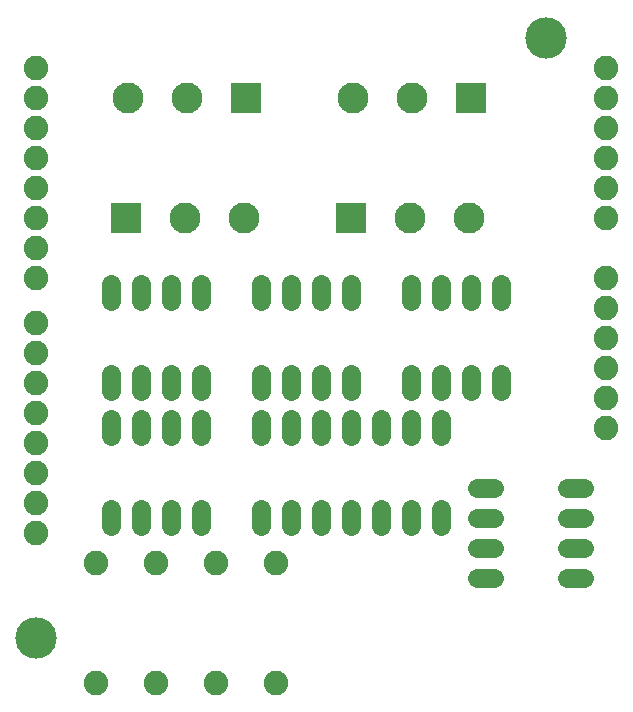
<source format=gbs>
G75*
G70*
%OFA0B0*%
%FSLAX24Y24*%
%IPPOS*%
%LPD*%
%AMOC8*
5,1,8,0,0,1.08239X$1,22.5*
%
%ADD10C,0.0820*%
%ADD11C,0.1380*%
%ADD12C,0.0640*%
%ADD13R,0.1030X0.1030*%
%ADD14C,0.1030*%
D10*
X003500Y007252D03*
X005500Y007252D03*
X007500Y007252D03*
X009500Y007252D03*
X009500Y011252D03*
X007500Y011252D03*
X005500Y011252D03*
X003500Y011252D03*
X001500Y012252D03*
X001500Y013252D03*
X001500Y014252D03*
X001500Y015252D03*
X001500Y016252D03*
X001500Y017252D03*
X001500Y018252D03*
X001500Y019252D03*
X001500Y020752D03*
X001500Y021752D03*
X001500Y022752D03*
X001500Y023752D03*
X001500Y024752D03*
X001500Y025752D03*
X001500Y026752D03*
X001500Y027752D03*
X020500Y027752D03*
X020500Y026752D03*
X020500Y025752D03*
X020500Y024752D03*
X020500Y023752D03*
X020500Y022752D03*
X020500Y020752D03*
X020500Y019752D03*
X020500Y018752D03*
X020500Y017752D03*
X020500Y016752D03*
X020500Y015752D03*
D11*
X018500Y028752D03*
X001500Y008752D03*
D12*
X004000Y012472D02*
X004000Y013032D01*
X005000Y013032D02*
X005000Y012472D01*
X006000Y012472D02*
X006000Y013032D01*
X007000Y013032D02*
X007000Y012472D01*
X009000Y012472D02*
X009000Y013032D01*
X010000Y013032D02*
X010000Y012472D01*
X011000Y012472D02*
X011000Y013032D01*
X012000Y013032D02*
X012000Y012472D01*
X013000Y012472D02*
X013000Y013032D01*
X014000Y013032D02*
X014000Y012472D01*
X015000Y012472D02*
X015000Y013032D01*
X016220Y012752D02*
X016780Y012752D01*
X016780Y013752D02*
X016220Y013752D01*
X015000Y015472D02*
X015000Y016032D01*
X015000Y016972D02*
X015000Y017532D01*
X016000Y017532D02*
X016000Y016972D01*
X017000Y016972D02*
X017000Y017532D01*
X017000Y019972D02*
X017000Y020532D01*
X016000Y020532D02*
X016000Y019972D01*
X015000Y019972D02*
X015000Y020532D01*
X014000Y020532D02*
X014000Y019972D01*
X014000Y017532D02*
X014000Y016972D01*
X014000Y016032D02*
X014000Y015472D01*
X013000Y015472D02*
X013000Y016032D01*
X012000Y016032D02*
X012000Y015472D01*
X011000Y015472D02*
X011000Y016032D01*
X011000Y016972D02*
X011000Y017532D01*
X010000Y017532D02*
X010000Y016972D01*
X010000Y016032D02*
X010000Y015472D01*
X009000Y015472D02*
X009000Y016032D01*
X009000Y016972D02*
X009000Y017532D01*
X009000Y019972D02*
X009000Y020532D01*
X010000Y020532D02*
X010000Y019972D01*
X011000Y019972D02*
X011000Y020532D01*
X012000Y020532D02*
X012000Y019972D01*
X012000Y017532D02*
X012000Y016972D01*
X016220Y011752D02*
X016780Y011752D01*
X016780Y010752D02*
X016220Y010752D01*
X019220Y010752D02*
X019780Y010752D01*
X019780Y011752D02*
X019220Y011752D01*
X019220Y012752D02*
X019780Y012752D01*
X019780Y013752D02*
X019220Y013752D01*
X007000Y015472D02*
X007000Y016032D01*
X007000Y016972D02*
X007000Y017532D01*
X006000Y017532D02*
X006000Y016972D01*
X006000Y016032D02*
X006000Y015472D01*
X005000Y015472D02*
X005000Y016032D01*
X005000Y016972D02*
X005000Y017532D01*
X004000Y017532D02*
X004000Y016972D01*
X004000Y016032D02*
X004000Y015472D01*
X004000Y019972D02*
X004000Y020532D01*
X005000Y020532D02*
X005000Y019972D01*
X006000Y019972D02*
X006000Y020532D01*
X007000Y020532D02*
X007000Y019972D01*
D13*
X004500Y022752D03*
X008500Y026752D03*
X012000Y022752D03*
X016000Y026752D03*
D14*
X014031Y026752D03*
X012063Y026752D03*
X013969Y022752D03*
X015937Y022752D03*
X008437Y022752D03*
X006469Y022752D03*
X006531Y026752D03*
X004563Y026752D03*
M02*

</source>
